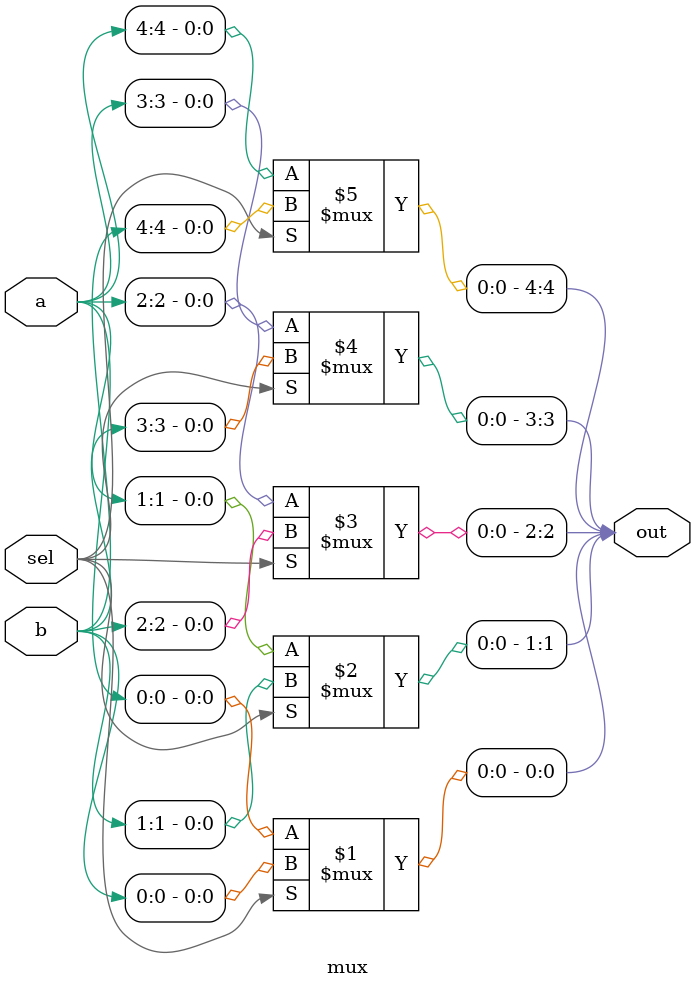
<source format=v>
module mux( 
input [4:0] a, b,
input sel,
output [4:0] out );
// When sel=0, assign a to out. 
// When sel=1, assign b to out. 
// The output is a 4-bit bus. 
assign out[0] = (sel) ? b[0] : a[0];
assign out[1] = (sel) ? b[1] : a[1];
assign out[2] = (sel) ? b[2] : a[2];
assign out[3] = (sel) ? b[3] : a[3];
assign out[4] = (sel) ? b[4] : a[4];
endmodule

</source>
